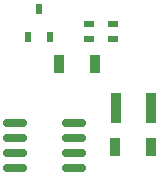
<source format=gbr>
%TF.GenerationSoftware,KiCad,Pcbnew,8.0.8*%
%TF.CreationDate,2025-03-19T16:23:09-04:00*%
%TF.ProjectId,RTDS Control Module V3.0,52544453-2043-46f6-9e74-726f6c204d6f,rev?*%
%TF.SameCoordinates,Original*%
%TF.FileFunction,Paste,Top*%
%TF.FilePolarity,Positive*%
%FSLAX46Y46*%
G04 Gerber Fmt 4.6, Leading zero omitted, Abs format (unit mm)*
G04 Created by KiCad (PCBNEW 8.0.8) date 2025-03-19 16:23:09*
%MOMM*%
%LPD*%
G01*
G04 APERTURE LIST*
G04 Aperture macros list*
%AMRoundRect*
0 Rectangle with rounded corners*
0 $1 Rounding radius*
0 $2 $3 $4 $5 $6 $7 $8 $9 X,Y pos of 4 corners*
0 Add a 4 corners polygon primitive as box body*
4,1,4,$2,$3,$4,$5,$6,$7,$8,$9,$2,$3,0*
0 Add four circle primitives for the rounded corners*
1,1,$1+$1,$2,$3*
1,1,$1+$1,$4,$5*
1,1,$1+$1,$6,$7*
1,1,$1+$1,$8,$9*
0 Add four rect primitives between the rounded corners*
20,1,$1+$1,$2,$3,$4,$5,0*
20,1,$1+$1,$4,$5,$6,$7,0*
20,1,$1+$1,$6,$7,$8,$9,0*
20,1,$1+$1,$8,$9,$2,$3,0*%
G04 Aperture macros list end*
%ADD10R,0.889000X0.609600*%
%ADD11R,0.558800X0.863600*%
%ADD12R,0.863600X1.600200*%
%ADD13R,0.955600X2.500000*%
%ADD14RoundRect,0.150000X-0.825000X-0.150000X0.825000X-0.150000X0.825000X0.150000X-0.825000X0.150000X0*%
%ADD15R,0.855600X1.600000*%
G04 APERTURE END LIST*
D10*
%TO.C,R4*%
X68250000Y-31147700D03*
X68250000Y-29852300D03*
%TD*%
D11*
%TO.C,U2*%
X63047500Y-30943800D03*
X64952500Y-30943800D03*
X64000000Y-28556200D03*
%TD*%
D12*
%TO.C,D1*%
X68774000Y-33250000D03*
X65726000Y-33250000D03*
%TD*%
D13*
%TO.C,C1*%
X70522199Y-37000000D03*
X73477801Y-37000000D03*
%TD*%
D14*
%TO.C,U1*%
X62000000Y-38250000D03*
X62000000Y-39520000D03*
X62000000Y-40790000D03*
X62000000Y-42060000D03*
X66950000Y-42060000D03*
X66950000Y-40790000D03*
X66950000Y-39520000D03*
X66950000Y-38250000D03*
%TD*%
D15*
%TO.C,C2*%
X70444398Y-40250000D03*
X73500000Y-40250000D03*
%TD*%
D10*
%TO.C,R3*%
X70250000Y-31147700D03*
X70250000Y-29852300D03*
%TD*%
M02*

</source>
